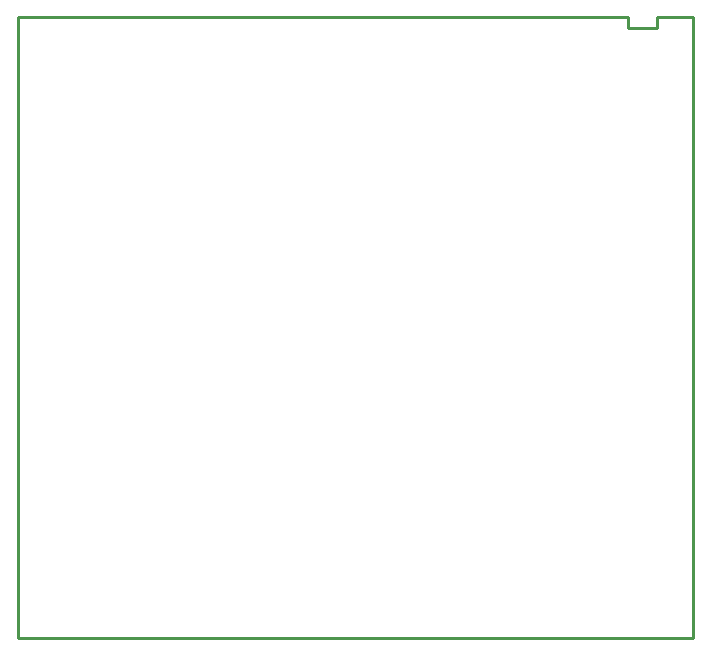
<source format=gm1>
G04*
G04 #@! TF.GenerationSoftware,Altium Limited,Altium Designer,24.4.1 (13)*
G04*
G04 Layer_Color=16711935*
%FSLAX44Y44*%
%MOMM*%
G71*
G04*
G04 #@! TF.SameCoordinates,5A4A1F7D-102A-4DB2-8EF6-149E98EE43DC*
G04*
G04*
G04 #@! TF.FilePolarity,Positive*
G04*
G01*
G75*
%ADD13C,0.2540*%
D13*
X222500Y1355000D02*
X738500D01*
Y1345000D02*
Y1355000D01*
Y1345000D02*
X763000D01*
Y1355000D01*
X793250D01*
Y829000D02*
Y1355000D01*
X222500Y829000D02*
X793250D01*
X222500D02*
Y1355000D01*
M02*

</source>
